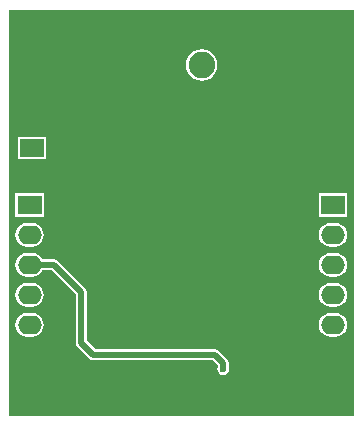
<source format=gbl>
G04*
G04 #@! TF.GenerationSoftware,Altium Limited,Altium Designer,19.0.10 (269)*
G04*
G04 Layer_Physical_Order=2*
G04 Layer_Color=16711680*
%FSLAX25Y25*%
%MOIN*%
G70*
G01*
G75*
%ADD29C,0.01968*%
%ADD30C,0.08858*%
%ADD31C,0.10039*%
%ADD32O,0.07874X0.05906*%
%ADD33R,0.07874X0.05906*%
%ADD34O,0.07874X0.06299*%
%ADD35R,0.07874X0.06299*%
%ADD36C,0.02362*%
G36*
X116404Y-136483D02*
X1313D01*
Y-1313D01*
X116404D01*
Y-136483D01*
D02*
G37*
%LPC*%
G36*
X65650Y-14227D02*
X64288Y-14406D01*
X63019Y-14932D01*
X61929Y-15768D01*
X61093Y-16857D01*
X60567Y-18126D01*
X60388Y-19488D01*
X60567Y-20850D01*
X61093Y-22119D01*
X61929Y-23209D01*
X63019Y-24045D01*
X64288Y-24570D01*
X65650Y-24750D01*
X67011Y-24570D01*
X68280Y-24045D01*
X69370Y-23209D01*
X70206Y-22119D01*
X70732Y-20850D01*
X70911Y-19488D01*
X70732Y-18126D01*
X70206Y-16857D01*
X69370Y-15768D01*
X68280Y-14932D01*
X67011Y-14406D01*
X65650Y-14227D01*
D02*
G37*
G36*
X13780Y-43504D02*
X4331D01*
Y-50984D01*
X13780D01*
Y-43504D01*
D02*
G37*
G36*
X114173Y-62205D02*
X104724D01*
Y-70079D01*
X114173D01*
Y-62205D01*
D02*
G37*
G36*
X12992D02*
X3543D01*
Y-70079D01*
X12992D01*
Y-62205D01*
D02*
G37*
G36*
X110236Y-72171D02*
X108661D01*
X107634Y-72306D01*
X106676Y-72703D01*
X105853Y-73334D01*
X105222Y-74156D01*
X104826Y-75114D01*
X104690Y-76142D01*
X104826Y-77170D01*
X105222Y-78127D01*
X105853Y-78950D01*
X106676Y-79581D01*
X107634Y-79977D01*
X108661Y-80113D01*
X110236D01*
X111264Y-79977D01*
X112222Y-79581D01*
X113044Y-78950D01*
X113675Y-78127D01*
X114072Y-77170D01*
X114207Y-76142D01*
X114072Y-75114D01*
X113675Y-74156D01*
X113044Y-73334D01*
X112222Y-72703D01*
X111264Y-72306D01*
X110236Y-72171D01*
D02*
G37*
G36*
X9055D02*
X7480D01*
X6453Y-72306D01*
X5495Y-72703D01*
X4672Y-73334D01*
X4041Y-74156D01*
X3645Y-75114D01*
X3509Y-76142D01*
X3645Y-77170D01*
X4041Y-78127D01*
X4672Y-78950D01*
X5495Y-79581D01*
X6453Y-79977D01*
X7480Y-80113D01*
X9055D01*
X10083Y-79977D01*
X11041Y-79581D01*
X11863Y-78950D01*
X12494Y-78127D01*
X12891Y-77170D01*
X13026Y-76142D01*
X12891Y-75114D01*
X12494Y-74156D01*
X11863Y-73334D01*
X11041Y-72703D01*
X10083Y-72306D01*
X9055Y-72171D01*
D02*
G37*
G36*
X110236Y-82171D02*
X108661D01*
X107634Y-82306D01*
X106676Y-82703D01*
X105853Y-83334D01*
X105222Y-84156D01*
X104826Y-85114D01*
X104690Y-86142D01*
X104826Y-87169D01*
X105222Y-88127D01*
X105853Y-88950D01*
X106676Y-89581D01*
X107634Y-89977D01*
X108661Y-90113D01*
X110236D01*
X111264Y-89977D01*
X112222Y-89581D01*
X113044Y-88950D01*
X113675Y-88127D01*
X114072Y-87169D01*
X114207Y-86142D01*
X114072Y-85114D01*
X113675Y-84156D01*
X113044Y-83334D01*
X112222Y-82703D01*
X111264Y-82306D01*
X110236Y-82171D01*
D02*
G37*
G36*
Y-92171D02*
X108661D01*
X107634Y-92306D01*
X106676Y-92703D01*
X105853Y-93334D01*
X105222Y-94156D01*
X104826Y-95114D01*
X104690Y-96142D01*
X104826Y-97170D01*
X105222Y-98127D01*
X105853Y-98950D01*
X106676Y-99581D01*
X107634Y-99977D01*
X108661Y-100113D01*
X110236D01*
X111264Y-99977D01*
X112222Y-99581D01*
X113044Y-98950D01*
X113675Y-98127D01*
X114072Y-97170D01*
X114207Y-96142D01*
X114072Y-95114D01*
X113675Y-94156D01*
X113044Y-93334D01*
X112222Y-92703D01*
X111264Y-92306D01*
X110236Y-92171D01*
D02*
G37*
G36*
X9055D02*
X7480D01*
X6453Y-92306D01*
X5495Y-92703D01*
X4672Y-93334D01*
X4041Y-94156D01*
X3645Y-95114D01*
X3509Y-96142D01*
X3645Y-97170D01*
X4041Y-98127D01*
X4672Y-98950D01*
X5495Y-99581D01*
X6453Y-99977D01*
X7480Y-100113D01*
X9055D01*
X10083Y-99977D01*
X11041Y-99581D01*
X11863Y-98950D01*
X12494Y-98127D01*
X12891Y-97170D01*
X13026Y-96142D01*
X12891Y-95114D01*
X12494Y-94156D01*
X11863Y-93334D01*
X11041Y-92703D01*
X10083Y-92306D01*
X9055Y-92171D01*
D02*
G37*
G36*
X110236Y-102171D02*
X108661D01*
X107634Y-102306D01*
X106676Y-102703D01*
X105853Y-103334D01*
X105222Y-104156D01*
X104826Y-105114D01*
X104690Y-106142D01*
X104826Y-107169D01*
X105222Y-108127D01*
X105853Y-108950D01*
X106676Y-109581D01*
X107634Y-109977D01*
X108661Y-110113D01*
X110236D01*
X111264Y-109977D01*
X112222Y-109581D01*
X113044Y-108950D01*
X113675Y-108127D01*
X114072Y-107169D01*
X114207Y-106142D01*
X114072Y-105114D01*
X113675Y-104156D01*
X113044Y-103334D01*
X112222Y-102703D01*
X111264Y-102306D01*
X110236Y-102171D01*
D02*
G37*
G36*
X9055D02*
X7480D01*
X6453Y-102306D01*
X5495Y-102703D01*
X4672Y-103334D01*
X4041Y-104156D01*
X3645Y-105114D01*
X3509Y-106142D01*
X3645Y-107169D01*
X4041Y-108127D01*
X4672Y-108950D01*
X5495Y-109581D01*
X6453Y-109977D01*
X7480Y-110113D01*
X9055D01*
X10083Y-109977D01*
X11041Y-109581D01*
X11863Y-108950D01*
X12494Y-108127D01*
X12891Y-107169D01*
X13026Y-106142D01*
X12891Y-105114D01*
X12494Y-104156D01*
X11863Y-103334D01*
X11041Y-102703D01*
X10083Y-102306D01*
X9055Y-102171D01*
D02*
G37*
G36*
Y-82171D02*
X7480D01*
X6453Y-82306D01*
X5495Y-82703D01*
X4672Y-83334D01*
X4041Y-84156D01*
X3645Y-85114D01*
X3509Y-86142D01*
X3645Y-87169D01*
X4041Y-88127D01*
X4672Y-88950D01*
X5495Y-89581D01*
X6453Y-89977D01*
X7480Y-90113D01*
X9055D01*
X10083Y-89977D01*
X11041Y-89581D01*
X11863Y-88950D01*
X12494Y-88127D01*
X12568Y-87948D01*
X15709D01*
X23784Y-96024D01*
Y-112205D01*
X23922Y-112896D01*
X24313Y-113482D01*
X28250Y-117419D01*
X28836Y-117811D01*
X29528Y-117948D01*
X69331D01*
X71028Y-119646D01*
Y-120026D01*
X70980Y-120098D01*
X70828Y-120866D01*
X70980Y-121634D01*
X71415Y-122285D01*
X72067Y-122721D01*
X72835Y-122873D01*
X73603Y-122721D01*
X74254Y-122285D01*
X74689Y-121634D01*
X74842Y-120866D01*
X74689Y-120098D01*
X74641Y-120026D01*
Y-118898D01*
X74503Y-118206D01*
X74112Y-117620D01*
X71356Y-114864D01*
X70770Y-114473D01*
X70079Y-114335D01*
X30276D01*
X27397Y-111457D01*
Y-95276D01*
X27259Y-94584D01*
X26868Y-93998D01*
X17734Y-84864D01*
X17148Y-84473D01*
X16457Y-84335D01*
X12568D01*
X12494Y-84156D01*
X11863Y-83334D01*
X11041Y-82703D01*
X10083Y-82306D01*
X9055Y-82171D01*
D02*
G37*
%LPD*%
D29*
X25591Y-112205D02*
Y-95276D01*
Y-112205D02*
X29528Y-116142D01*
X16457Y-86142D02*
X25591Y-95276D01*
X8268Y-86142D02*
X16457D01*
X29528Y-116142D02*
X70079D01*
X72835Y-120866D02*
Y-118898D01*
X70079Y-116142D02*
X72835Y-118898D01*
D30*
X65650Y-19488D02*
D03*
D31*
X55650Y-29488D02*
D03*
Y-9488D02*
D03*
X75650D02*
D03*
Y-29488D02*
D03*
D32*
X9055Y-37244D02*
D03*
D33*
Y-47244D02*
D03*
D34*
X8268Y-116142D02*
D03*
Y-106142D02*
D03*
Y-96142D02*
D03*
Y-86142D02*
D03*
Y-76142D02*
D03*
X109449Y-116142D02*
D03*
Y-106142D02*
D03*
Y-96142D02*
D03*
Y-86142D02*
D03*
Y-76142D02*
D03*
D35*
X8268Y-66142D02*
D03*
X109449D02*
D03*
D36*
X72835Y-120866D02*
D03*
M02*

</source>
